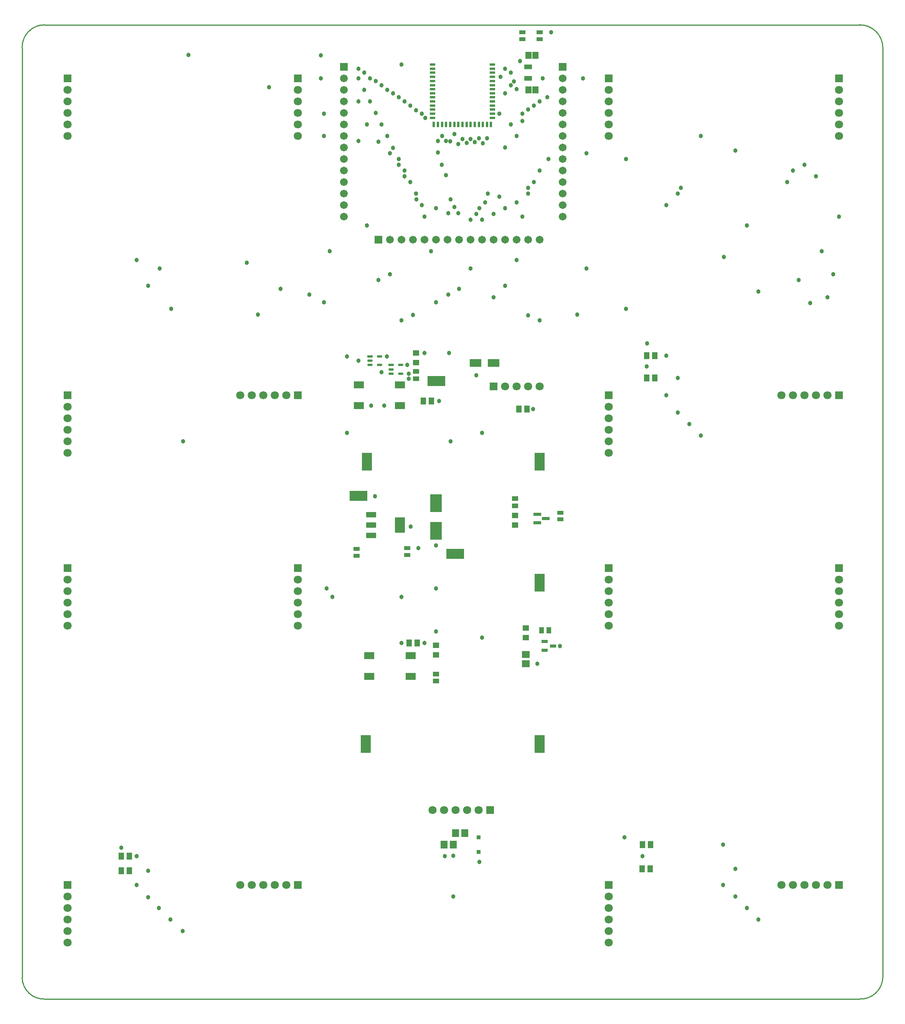
<source format=gts>
G04*
G04 #@! TF.GenerationSoftware,Altium Limited,Altium Designer,22.10.1 (41)*
G04*
G04 Layer_Color=8388736*
%FSLAX25Y25*%
%MOIN*%
G70*
G04*
G04 #@! TF.SameCoordinates,861FA483-057D-4AEF-8965-819BABE67C1D*
G04*
G04*
G04 #@! TF.FilePolarity,Negative*
G04*
G01*
G75*
%ADD11C,0.01000*%
%ADD14R,0.02402X0.05000*%
%ADD15R,0.05000X0.02402*%
%ADD20R,0.04745X0.02095*%
G04:AMPARAMS|DCode=21|XSize=47.45mil|YSize=20.95mil|CornerRadius=10.48mil|HoleSize=0mil|Usage=FLASHONLY|Rotation=0.000|XOffset=0mil|YOffset=0mil|HoleType=Round|Shape=RoundedRectangle|*
%AMROUNDEDRECTD21*
21,1,0.04745,0.00000,0,0,0.0*
21,1,0.02650,0.02095,0,0,0.0*
1,1,0.02095,0.01325,0.00000*
1,1,0.02095,-0.01325,0.00000*
1,1,0.02095,-0.01325,0.00000*
1,1,0.02095,0.01325,0.00000*
%
%ADD21ROUNDEDRECTD21*%
%ADD24R,0.03740X0.03543*%
%ADD27R,0.09843X0.15748*%
%ADD31R,0.05315X0.03740*%
%ADD33R,0.07087X0.03937*%
%ADD36R,0.09843X0.06693*%
%ADD37R,0.15761X0.08792*%
%ADD38R,0.04737X0.06115*%
%ADD39R,0.09068X0.06312*%
%ADD40R,0.05524X0.05131*%
%ADD41R,0.05721X0.03950*%
%ADD42R,0.06312X0.06706*%
%ADD43R,0.03950X0.05721*%
%ADD44R,0.05524X0.03162*%
G04:AMPARAMS|DCode=45|XSize=47.37mil|YSize=88.71mil|CornerRadius=5.97mil|HoleSize=0mil|Usage=FLASHONLY|Rotation=90.000|XOffset=0mil|YOffset=0mil|HoleType=Round|Shape=RoundedRectangle|*
%AMROUNDEDRECTD45*
21,1,0.04737,0.07677,0,0,90.0*
21,1,0.03543,0.08871,0,0,90.0*
1,1,0.01194,0.03839,0.01772*
1,1,0.01194,0.03839,-0.01772*
1,1,0.01194,-0.03839,-0.01772*
1,1,0.01194,-0.03839,0.01772*
%
%ADD45ROUNDEDRECTD45*%
G04:AMPARAMS|DCode=46|XSize=135.95mil|YSize=88.71mil|CornerRadius=6.02mil|HoleSize=0mil|Usage=FLASHONLY|Rotation=90.000|XOffset=0mil|YOffset=0mil|HoleType=Round|Shape=RoundedRectangle|*
%AMROUNDEDRECTD46*
21,1,0.13595,0.07667,0,0,90.0*
21,1,0.12392,0.08871,0,0,90.0*
1,1,0.01204,0.03834,0.06196*
1,1,0.01204,0.03834,-0.06196*
1,1,0.01204,-0.03834,-0.06196*
1,1,0.01204,-0.03834,0.06196*
%
%ADD46ROUNDEDRECTD46*%
%ADD47R,0.06706X0.06312*%
%ADD48R,0.05328X0.06115*%
%ADD49R,0.08792X0.15761*%
%ADD50R,0.06706X0.03162*%
%ADD51R,0.06706X0.06706*%
%ADD52C,0.06706*%
%ADD53C,0.07099*%
%ADD54R,0.07099X0.07099*%
%ADD55R,0.06706X0.06706*%
%ADD56R,0.07099X0.07099*%
%ADD57C,0.03800*%
D11*
X19685Y846457D02*
G03*
X500Y826772I250J-19435D01*
G01*
X748032D02*
G03*
X727846Y846457I-19935J-250D01*
G01*
Y1000D02*
G03*
X748032Y19685I750J19435D01*
G01*
X500D02*
G03*
X19685Y1000I18935J250D01*
G01*
X748032Y374016D02*
Y826772D01*
X374016Y846457D02*
X728346D01*
X19685D02*
X374016D01*
X500Y472441D02*
Y826772D01*
X748032Y19685D02*
Y374016D01*
X374016Y1000D02*
X727846D01*
X500Y19685D02*
Y472441D01*
X19685Y1000D02*
X374016D01*
D14*
X358071Y760000D02*
D03*
X361614D02*
D03*
X365158D02*
D03*
X368701D02*
D03*
X372284D02*
D03*
X375827D02*
D03*
X379370D02*
D03*
X382913D02*
D03*
X386457D02*
D03*
X390000D02*
D03*
X393583D02*
D03*
X397126D02*
D03*
X400669D02*
D03*
X404213D02*
D03*
X407756D02*
D03*
D15*
X356854Y811925D02*
D03*
Y808382D02*
D03*
Y804839D02*
D03*
Y801295D02*
D03*
Y797713D02*
D03*
Y794169D02*
D03*
Y790626D02*
D03*
Y787083D02*
D03*
Y783539D02*
D03*
Y779996D02*
D03*
Y776413D02*
D03*
Y772870D02*
D03*
Y769327D02*
D03*
Y765784D02*
D03*
X408972D02*
D03*
Y769327D02*
D03*
Y772870D02*
D03*
Y776413D02*
D03*
Y779996D02*
D03*
Y783539D02*
D03*
Y787083D02*
D03*
Y790626D02*
D03*
Y794169D02*
D03*
Y797713D02*
D03*
Y801295D02*
D03*
Y804839D02*
D03*
Y808382D02*
D03*
Y811925D02*
D03*
D20*
X320864Y551240D02*
D03*
X302593Y558819D02*
D03*
D21*
X320864Y547500D02*
D03*
Y543760D02*
D03*
X329136D02*
D03*
Y551240D02*
D03*
X302593Y555079D02*
D03*
Y551339D02*
D03*
X310864D02*
D03*
Y558819D02*
D03*
D24*
X397000Y128799D02*
D03*
Y141201D02*
D03*
D27*
X359935Y431299D02*
D03*
Y407283D02*
D03*
D31*
X334935Y392246D02*
D03*
Y386340D02*
D03*
X291000Y391559D02*
D03*
Y385653D02*
D03*
X450000Y834095D02*
D03*
Y840000D02*
D03*
X435000Y834095D02*
D03*
Y840000D02*
D03*
X468000Y423138D02*
D03*
Y417233D02*
D03*
D33*
X440000Y800000D02*
D03*
Y809842D02*
D03*
D36*
X410038Y552889D02*
D03*
X394290D02*
D03*
D37*
X376668Y387500D02*
D03*
X292500Y437750D02*
D03*
X360269Y537500D02*
D03*
D38*
X356069Y520000D02*
D03*
X348982D02*
D03*
X343543Y310000D02*
D03*
X336457D02*
D03*
X93543Y125000D02*
D03*
X86457D02*
D03*
X546437Y135000D02*
D03*
X539350D02*
D03*
X438975Y512889D02*
D03*
X431889D02*
D03*
X542913Y540000D02*
D03*
X550000D02*
D03*
X542913Y559500D02*
D03*
X550000D02*
D03*
X538957Y114056D02*
D03*
X546043D02*
D03*
X86557Y112500D02*
D03*
X93644D02*
D03*
D39*
X292830Y516150D02*
D03*
X328657D02*
D03*
X292830Y533866D02*
D03*
X328657D02*
D03*
X337913Y298858D02*
D03*
X302087D02*
D03*
X337913Y281142D02*
D03*
X302087D02*
D03*
D40*
X342500Y561634D02*
D03*
Y553366D02*
D03*
X360000Y299646D02*
D03*
Y307913D02*
D03*
X437960Y323071D02*
D03*
Y314803D02*
D03*
X428700Y420634D02*
D03*
Y412366D02*
D03*
D41*
X342500Y539350D02*
D03*
Y545650D02*
D03*
X360000Y283150D02*
D03*
Y276850D02*
D03*
X428700Y435417D02*
D03*
Y429118D02*
D03*
D42*
X384874Y145000D02*
D03*
X377000D02*
D03*
X374874Y135000D02*
D03*
X367000D02*
D03*
D43*
X451661Y321004D02*
D03*
X457960D02*
D03*
D44*
X461503Y307500D02*
D03*
X454417Y303760D02*
D03*
Y311240D02*
D03*
D45*
X303500Y421372D02*
D03*
Y412317D02*
D03*
Y403262D02*
D03*
D46*
X328500Y412317D02*
D03*
D47*
X437960Y292067D02*
D03*
Y299941D02*
D03*
D48*
X440413Y790000D02*
D03*
X446122D02*
D03*
X440413Y820000D02*
D03*
X446122D02*
D03*
D49*
X450000Y467500D02*
D03*
X299000Y222500D02*
D03*
X300000Y467500D02*
D03*
X450000Y222500D02*
D03*
Y362500D02*
D03*
D50*
X447921Y421835D02*
D03*
Y414354D02*
D03*
X455401Y418094D02*
D03*
D51*
X470000Y810000D02*
D03*
X280000D02*
D03*
D52*
X470000Y800000D02*
D03*
Y790000D02*
D03*
Y780000D02*
D03*
Y770000D02*
D03*
Y760000D02*
D03*
Y750000D02*
D03*
Y740000D02*
D03*
Y730000D02*
D03*
Y720000D02*
D03*
Y710000D02*
D03*
Y700000D02*
D03*
Y690000D02*
D03*
Y680000D02*
D03*
X450000Y660000D02*
D03*
X440000D02*
D03*
X430000D02*
D03*
X420000D02*
D03*
X410000D02*
D03*
X400000D02*
D03*
X390000D02*
D03*
X380000D02*
D03*
X370000D02*
D03*
X360000D02*
D03*
X350000D02*
D03*
X340000D02*
D03*
X330000D02*
D03*
X320000D02*
D03*
X280000Y680000D02*
D03*
Y690000D02*
D03*
Y700000D02*
D03*
Y710000D02*
D03*
Y720000D02*
D03*
Y730000D02*
D03*
Y740000D02*
D03*
Y750000D02*
D03*
Y760000D02*
D03*
Y770000D02*
D03*
Y780000D02*
D03*
Y790000D02*
D03*
Y800000D02*
D03*
D53*
X377000Y165000D02*
D03*
X397000D02*
D03*
X387000D02*
D03*
X367000D02*
D03*
X357000D02*
D03*
X450038Y532641D02*
D03*
X440038D02*
D03*
X420038D02*
D03*
X430038D02*
D03*
X680000Y525000D02*
D03*
X700000D02*
D03*
X690000D02*
D03*
X670000D02*
D03*
X660000D02*
D03*
X680000Y100000D02*
D03*
X700000D02*
D03*
X690000D02*
D03*
X670000D02*
D03*
X660000D02*
D03*
X710000Y345000D02*
D03*
Y365000D02*
D03*
Y355000D02*
D03*
Y335000D02*
D03*
Y325000D02*
D03*
Y770000D02*
D03*
Y790000D02*
D03*
Y780000D02*
D03*
Y760000D02*
D03*
Y750000D02*
D03*
X510000Y495000D02*
D03*
Y515000D02*
D03*
Y505000D02*
D03*
Y485000D02*
D03*
Y475000D02*
D03*
Y770000D02*
D03*
Y790000D02*
D03*
Y780000D02*
D03*
Y760000D02*
D03*
Y750000D02*
D03*
Y70000D02*
D03*
Y90000D02*
D03*
Y80000D02*
D03*
Y60000D02*
D03*
Y50000D02*
D03*
Y345000D02*
D03*
Y365000D02*
D03*
Y355000D02*
D03*
Y335000D02*
D03*
Y325000D02*
D03*
X210000Y525000D02*
D03*
X230000D02*
D03*
X220000D02*
D03*
X200000D02*
D03*
X190000D02*
D03*
X240000Y770000D02*
D03*
Y790000D02*
D03*
Y780000D02*
D03*
Y760000D02*
D03*
Y750000D02*
D03*
X40000Y770000D02*
D03*
Y790000D02*
D03*
Y780000D02*
D03*
Y760000D02*
D03*
Y750000D02*
D03*
Y495000D02*
D03*
Y515000D02*
D03*
Y505000D02*
D03*
Y485000D02*
D03*
Y475000D02*
D03*
X240000Y345000D02*
D03*
Y365000D02*
D03*
Y355000D02*
D03*
Y335000D02*
D03*
Y325000D02*
D03*
X40000Y70000D02*
D03*
Y90000D02*
D03*
Y80000D02*
D03*
Y60000D02*
D03*
Y50000D02*
D03*
Y345000D02*
D03*
Y365000D02*
D03*
Y355000D02*
D03*
Y335000D02*
D03*
Y325000D02*
D03*
X210000Y100000D02*
D03*
X230000D02*
D03*
X220000D02*
D03*
X200000D02*
D03*
X190000D02*
D03*
D54*
X407000Y165000D02*
D03*
X410038Y532641D02*
D03*
X710000Y525000D02*
D03*
Y100000D02*
D03*
X240000Y525000D02*
D03*
Y100000D02*
D03*
D55*
X310000Y660000D02*
D03*
D56*
X710000Y375000D02*
D03*
Y800000D02*
D03*
X510000Y525000D02*
D03*
Y800000D02*
D03*
Y100000D02*
D03*
Y375000D02*
D03*
X240000Y800000D02*
D03*
X40000D02*
D03*
Y525000D02*
D03*
X240000Y375000D02*
D03*
X40000Y100000D02*
D03*
Y375000D02*
D03*
D57*
X330008Y811925D02*
D03*
X433012Y814867D02*
D03*
X306847Y437250D02*
D03*
X487500Y800000D02*
D03*
X490537Y635000D02*
D03*
Y735000D02*
D03*
X262500Y769327D02*
D03*
X372500Y485000D02*
D03*
X371391Y561634D02*
D03*
X350000D02*
D03*
X336171Y543760D02*
D03*
X312500Y545000D02*
D03*
X315000Y516150D02*
D03*
X292500Y555000D02*
D03*
X303500Y516150D02*
D03*
X282500Y558819D02*
D03*
Y492500D02*
D03*
X400000D02*
D03*
Y314803D02*
D03*
X267500Y650000D02*
D03*
X265000Y357500D02*
D03*
X360000D02*
D03*
X359935Y320000D02*
D03*
X270000Y350000D02*
D03*
X330000D02*
D03*
Y310000D02*
D03*
X375000Y125500D02*
D03*
X375000Y90000D02*
D03*
X620000Y114056D02*
D03*
X609427Y135000D02*
D03*
X397500Y120000D02*
D03*
X523701Y141201D02*
D03*
X367500Y125000D02*
D03*
X569822Y540000D02*
D03*
X560000Y559500D02*
D03*
X215000Y792500D02*
D03*
X572500Y705000D02*
D03*
X445000Y710000D02*
D03*
X610000Y645000D02*
D03*
X430000Y642500D02*
D03*
X292500Y779996D02*
D03*
Y745537D02*
D03*
X361614D02*
D03*
X322500Y739675D02*
D03*
X620000Y737500D02*
D03*
X300000Y760000D02*
D03*
Y672500D02*
D03*
X630000D02*
D03*
X640000Y615000D02*
D03*
X410038Y610000D02*
D03*
X262500Y605537D02*
D03*
Y750000D02*
D03*
X680000Y725000D02*
D03*
X690000Y715000D02*
D03*
X355571Y650000D02*
D03*
X695000D02*
D03*
X195650Y640000D02*
D03*
X205313Y595000D02*
D03*
X340000Y594675D02*
D03*
X360000Y605537D02*
D03*
X440038Y594463D02*
D03*
X482500Y595000D02*
D03*
X590000Y750000D02*
D03*
X525000Y730000D02*
D03*
Y600000D02*
D03*
X670000Y720000D02*
D03*
X665000Y710000D02*
D03*
X570000Y700000D02*
D03*
X560000Y690000D02*
D03*
X710000Y680000D02*
D03*
X100000Y642500D02*
D03*
X110000Y620000D02*
D03*
X420000D02*
D03*
X700000Y610000D02*
D03*
X120000Y635000D02*
D03*
X390000D02*
D03*
X225000Y617500D02*
D03*
X380000D02*
D03*
X250000Y612500D02*
D03*
X370630D02*
D03*
X685000Y605000D02*
D03*
X450038Y590000D02*
D03*
X330000D02*
D03*
X705000Y630000D02*
D03*
X320000D02*
D03*
X675000Y625000D02*
D03*
X310000D02*
D03*
X590000Y490000D02*
D03*
X580000Y500000D02*
D03*
X569822Y510000D02*
D03*
X560000Y525000D02*
D03*
X640000Y70000D02*
D03*
X630000Y80000D02*
D03*
X620000Y90000D02*
D03*
X609427Y100000D02*
D03*
X140151Y485106D02*
D03*
X145000Y820356D02*
D03*
X86557Y132500D02*
D03*
X110000Y112500D02*
D03*
X100000Y125000D02*
D03*
Y100000D02*
D03*
X110000Y89427D02*
D03*
X119427Y80000D02*
D03*
X130000Y600000D02*
D03*
X129427Y70000D02*
D03*
X140000Y60000D02*
D03*
X260000Y820000D02*
D03*
Y800000D02*
D03*
X338000Y411042D02*
D03*
X416000Y801295D02*
D03*
X460000Y840000D02*
D03*
X543269Y570000D02*
D03*
X542913Y550000D02*
D03*
X394901Y542500D02*
D03*
X336171Y539478D02*
D03*
X334814Y551240D02*
D03*
X317216Y558819D02*
D03*
X362500Y519906D02*
D03*
X444388Y512889D02*
D03*
X359935Y394569D02*
D03*
X344609Y392246D02*
D03*
X350000Y310000D02*
D03*
X467500Y307500D02*
D03*
X447933Y292067D02*
D03*
X539153Y125000D02*
D03*
X368537Y716037D02*
D03*
Y745772D02*
D03*
X365158Y750000D02*
D03*
X365000Y725000D02*
D03*
X361614Y735787D02*
D03*
X435000Y680000D02*
D03*
Y763165D02*
D03*
Y769327D02*
D03*
X415000Y697500D02*
D03*
Y769327D02*
D03*
X440000Y705000D02*
D03*
Y772870D02*
D03*
X445000Y776413D02*
D03*
X450000Y720000D02*
D03*
Y779996D02*
D03*
X457500Y730000D02*
D03*
X456461Y783539D02*
D03*
X420000Y740000D02*
D03*
Y787083D02*
D03*
X430000Y750000D02*
D03*
Y790626D02*
D03*
X425000Y760000D02*
D03*
Y794169D02*
D03*
X427500Y797500D02*
D03*
X425000Y804839D02*
D03*
X452500Y800000D02*
D03*
X420000Y808382D02*
D03*
X440000Y700000D02*
D03*
X405000D02*
D03*
X404213Y748091D02*
D03*
X430000Y692500D02*
D03*
X402500D02*
D03*
X400669Y743799D02*
D03*
X337500Y710000D02*
D03*
X420000Y687500D02*
D03*
X397500D02*
D03*
X397126Y747874D02*
D03*
X410000Y682500D02*
D03*
X395000D02*
D03*
X393583Y744547D02*
D03*
X400000Y677500D02*
D03*
X390000D02*
D03*
Y747500D02*
D03*
X386457Y743957D02*
D03*
X382913Y747303D02*
D03*
X370630Y683130D02*
D03*
X379370D02*
D03*
Y743130D02*
D03*
X360000Y687500D02*
D03*
X375827Y688327D02*
D03*
Y751673D02*
D03*
X342870Y695000D02*
D03*
X372500D02*
D03*
X372284Y745217D02*
D03*
X332500Y715000D02*
D03*
X327500Y725000D02*
D03*
X320000Y735000D02*
D03*
X310000Y745000D02*
D03*
X350000Y680000D02*
D03*
X350783Y765784D02*
D03*
X347500Y690000D02*
D03*
Y769327D02*
D03*
X342500Y700000D02*
D03*
Y772500D02*
D03*
X337500Y776413D02*
D03*
X332500Y720000D02*
D03*
Y779996D02*
D03*
X327500Y730000D02*
D03*
Y783539D02*
D03*
X322500Y787083D02*
D03*
X317500Y750000D02*
D03*
Y790000D02*
D03*
X312500Y760000D02*
D03*
Y794169D02*
D03*
X307500Y770000D02*
D03*
X307713Y797713D02*
D03*
X302500Y780000D02*
D03*
Y800000D02*
D03*
X297500Y790000D02*
D03*
X292500Y800000D02*
D03*
X297500Y805000D02*
D03*
X292500Y808382D02*
D03*
M02*

</source>
